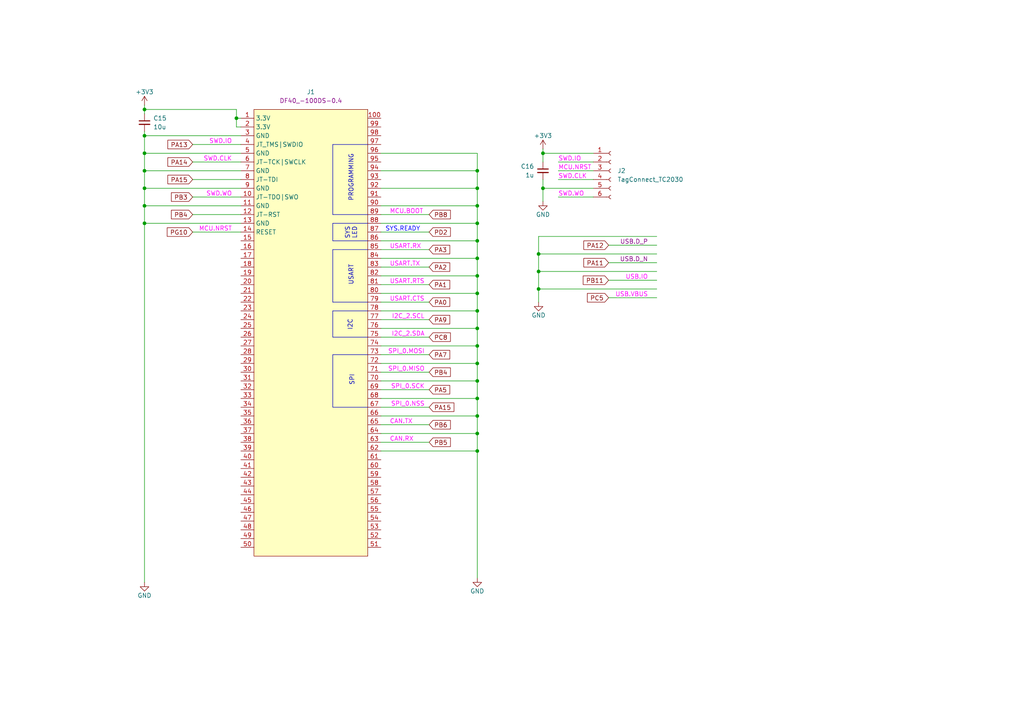
<source format=kicad_sch>
(kicad_sch (version 20231120) (generator "eeschema") (generator_version "8.0")
  (paper "A4")
  (lib_symbols
    (symbol "811_connector_board_to_board:Brayn_DF40_-100DS-0.4V-Receptacle-South"
      (property "Reference" "J" (at -15.748 66.802 0))
      (property "Man_No" "DF40_-100DS-0.4" (at 0.762 66.294 0))
      (symbol "Brayn_DF40_-100DS-0.4V-Receptacle-South_1_1"
        (rectangle (start -16.51 64.77) (end 16.51 -64.77) (fill (type background)))
        (pin input line (at -20.32 62.23 0) (length 3.81) (name "3.3V") (number "1"))
        (pin input line (at -20.32 39.37 0) (length 3.81) (name "JT-TDO|SWO") (number "10"))
        (pin input line (at 20.32 62.23 180) (length 3.81) (name "") (number "100"))
        (pin input line (at -20.32 36.83 0) (length 3.81) (name "GND") (number "11"))
        (pin input line (at -20.32 34.29 0) (length 3.81) (name "JT-RST") (number "12"))
        (pin input line (at -20.32 31.75 0) (length 3.81) (name "GND") (number "13"))
        (pin input line (at -20.32 29.21 0) (length 3.81) (name "RESET") (number "14"))
        (pin input line (at -20.32 26.67 0) (length 3.81) (name "") (number "15"))
        (pin input line (at -20.32 24.13 0) (length 3.81) (name "") (number "16"))
        (pin input line (at -20.32 21.59 0) (length 3.81) (name "") (number "17"))
        (pin input line (at -20.32 19.05 0) (length 3.81) (name "") (number "18"))
        (pin input line (at -20.32 16.51 0) (length 3.81) (name "") (number "19"))
        (pin input line (at -20.32 59.69 0) (length 3.81) (name "3.3V") (number "2"))
        (pin input line (at -20.32 13.97 0) (length 3.81) (name "") (number "20"))
        (pin input line (at -20.32 11.43 0) (length 3.81) (name "") (number "21"))
        (pin input line (at -20.32 8.89 0) (length 3.81) (name "") (number "22"))
        (pin input line (at -20.32 6.35 0) (length 3.81) (name "") (number "23"))
        (pin input line (at -20.32 3.81 0) (length 3.81) (name "") (number "24"))
        (pin input line (at -20.32 1.27 0) (length 3.81) (name "") (number "25"))
        (pin input line (at -20.32 -1.27 0) (length 3.81) (name "") (number "26"))
        (pin input line (at -20.32 -3.81 0) (length 3.81) (name "") (number "27"))
        (pin input line (at -20.32 -6.35 0) (length 3.81) (name "") (number "28"))
        (pin input line (at -20.32 -8.89 0) (length 3.81) (name "") (number "29"))
        (pin input line (at -20.32 57.15 0) (length 3.81) (name "GND") (number "3"))
        (pin input line (at -20.32 -11.43 0) (length 3.81) (name "") (number "30"))
        (pin input line (at -20.32 -13.97 0) (length 3.81) (name "") (number "31"))
        (pin input line (at -20.32 -16.51 0) (length 3.81) (name "") (number "32"))
        (pin input line (at -20.32 -19.05 0) (length 3.81) (name "") (number "33"))
        (pin input line (at -20.32 -21.59 0) (length 3.81) (name "") (number "34"))
        (pin input line (at -20.32 -24.13 0) (length 3.81) (name "") (number "35"))
        (pin input line (at -20.32 -26.67 0) (length 3.81) (name "") (number "36"))
        (pin input line (at -20.32 -29.21 0) (length 3.81) (name "") (number "37"))
        (pin input line (at -20.32 -31.75 0) (length 3.81) (name "") (number "38"))
        (pin input line (at -20.32 -34.29 0) (length 3.81) (name "") (number "39"))
        (pin input line (at -20.32 54.61 0) (length 3.81) (name "JT_TMS|SWDIO") (number "4"))
        (pin input line (at -20.32 -36.83 0) (length 3.81) (name "") (number "40"))
        (pin input line (at -20.32 -39.37 0) (length 3.81) (name "") (number "41"))
        (pin input line (at -20.32 -41.91 0) (length 3.81) (name "") (number "42"))
        (pin input line (at -20.32 -44.45 0) (length 3.81) (name "") (number "43"))
        (pin input line (at -20.32 -46.99 0) (length 3.81) (name "") (number "44"))
        (pin input line (at -20.32 -49.53 0) (length 3.81) (name "") (number "45"))
        (pin input line (at -20.32 -52.07 0) (length 3.81) (name "") (number "46"))
        (pin input line (at -20.32 -54.61 0) (length 3.81) (name "") (number "47"))
        (pin input line (at -20.32 -57.15 0) (length 3.81) (name "") (number "48"))
        (pin input line (at -20.32 -59.69 0) (length 3.81) (name "") (number "49"))
        (pin input line (at -20.32 52.07 0) (length 3.81) (name "GND") (number "5"))
        (pin input line (at -20.32 -62.23 0) (length 3.81) (name "") (number "50"))
        (pin input line (at 20.32 -62.23 180) (length 3.81) (name "") (number "51"))
        (pin input line (at 20.32 -59.69 180) (length 3.81) (name "") (number "52"))
        (pin input line (at 20.32 -57.15 180) (length 3.81) (name "") (number "53"))
        (pin input line (at 20.32 -54.61 180) (length 3.81) (name "") (number "54"))
        (pin input line (at 20.32 -52.07 180) (length 3.81) (name "") (number "55"))
        (pin input line (at 20.32 -49.53 180) (length 3.81) (name "") (number "56"))
        (pin input line (at 20.32 -46.99 180) (length 3.81) (name "") (number "57"))
        (pin input line (at 20.32 -44.45 180) (length 3.81) (name "") (number "58"))
        (pin input line (at 20.32 -41.91 180) (length 3.81) (name "") (number "59"))
        (pin input line (at -20.32 49.53 0) (length 3.81) (name "JT-TCK|SWCLK") (number "6"))
        (pin input line (at 20.32 -39.37 180) (length 3.81) (name "") (number "60"))
        (pin input line (at 20.32 -36.83 180) (length 3.81) (name "") (number "61"))
        (pin input line (at 20.32 -34.29 180) (length 3.81) (name "") (number "62"))
        (pin input line (at 20.32 -31.75 180) (length 3.81) (name "") (number "63"))
        (pin input line (at 20.32 -29.21 180) (length 3.81) (name "") (number "64"))
        (pin input line (at 20.32 -26.67 180) (length 3.81) (name "") (number "65"))
        (pin input line (at 20.32 -24.13 180) (length 3.81) (name "") (number "66"))
        (pin input line (at 20.32 -21.59 180) (length 3.81) (name "") (number "67"))
        (pin input line (at 20.32 -19.05 180) (length 3.81) (name "") (number "68"))
        (pin input line (at 20.32 -16.51 180) (length 3.81) (name "") (number "69"))
        (pin input line (at -20.32 46.99 0) (length 3.81) (name "GND") (number "7"))
        (pin input line (at 20.32 -13.97 180) (length 3.81) (name "") (number "70"))
        (pin input line (at 20.32 -11.43 180) (length 3.81) (name "") (number "71"))
        (pin input line (at 20.32 -8.89 180) (length 3.81) (name "") (number "72"))
        (pin input line (at 20.32 -6.35 180) (length 3.81) (name "") (number "73"))
        (pin input line (at 20.32 -3.81 180) (length 3.81) (name "") (number "74"))
        (pin input line (at 20.32 -1.27 180) (length 3.81) (name "") (number "75"))
        (pin input line (at 20.32 1.27 180) (length 3.81) (name "") (number "76"))
        (pin input line (at 20.32 3.81 180) (length 3.81) (name "") (number "77"))
        (pin input line (at 20.32 6.35 180) (length 3.81) (name "") (number "78"))
        (pin input line (at 20.32 8.89 180) (length 3.81) (name "") (number "79"))
        (pin input line (at -20.32 44.45 0) (length 3.81) (name "JT-TDI") (number "8"))
        (pin input line (at 20.32 11.43 180) (length 3.81) (name "") (number "80"))
        (pin input line (at 20.32 13.97 180) (length 3.81) (name "") (number "81"))
        (pin input line (at 20.32 16.51 180) (length 3.81) (name "") (number "82"))
        (pin input line (at 20.32 19.05 180) (length 3.81) (name "") (number "83"))
        (pin input line (at 20.32 21.59 180) (length 3.81) (name "") (number "84"))
        (pin input line (at 20.32 24.13 180) (length 3.81) (name "") (number "85"))
        (pin input line (at 20.32 26.67 180) (length 3.81) (name "") (number "86"))
        (pin input line (at 20.32 29.21 180) (length 3.81) (name "") (number "87"))
        (pin input line (at 20.32 31.75 180) (length 3.81) (name "") (number "88"))
        (pin input line (at 20.32 34.29 180) (length 3.81) (name "") (number "89"))
        (pin input line (at -20.32 41.91 0) (length 3.81) (name "GND") (number "9"))
        (pin input line (at 20.32 36.83 180) (length 3.81) (name "") (number "90"))
        (pin input line (at 20.32 39.37 180) (length 3.81) (name "") (number "91"))
        (pin input line (at 20.32 41.91 180) (length 3.81) (name "") (number "92"))
        (pin input line (at 20.32 44.45 180) (length 3.81) (name "") (number "93"))
        (pin input line (at 20.32 46.99 180) (length 3.81) (name "") (number "94"))
        (pin input line (at 20.32 49.53 180) (length 3.81) (name "") (number "95"))
        (pin input line (at 20.32 52.07 180) (length 3.81) (name "") (number "96"))
        (pin input line (at 20.32 54.61 180) (length 3.81) (name "") (number "97"))
        (pin input line (at 20.32 57.15 180) (length 3.81) (name "") (number "98"))
        (pin input line (at 20.32 59.69 180) (length 3.81) (name "") (number "99"))
      )
    )
    (symbol "Connector:Conn_01x06_Female" (pin_names (offset 1.016) hide)
      (property "Reference" "J" (at 0 7.62 0))
      (property "Value" "Conn_01x06_Female" (at 0 -10.16 0))
      (symbol "Conn_01x06_Female_1_1"
        (arc (start 0 -7.112) (mid -0.5058 -7.62) (end 0 -8.128) (stroke (width 0.1524)))
        (arc (start 0 -4.572) (mid -0.5058 -5.08) (end 0 -5.588) (stroke (width 0.1524)))
        (arc (start 0 -2.032) (mid -0.5058 -2.54) (end 0 -3.048) (stroke (width 0.1524)))
        (polyline (pts (xy -1.27 -7.62) (xy -0.508 -7.62)) (stroke (width 0.1524)))
        (polyline (pts (xy -1.27 -5.08) (xy -0.508 -5.08)) (stroke (width 0.1524)))
        (polyline (pts (xy -1.27 -2.54) (xy -0.508 -2.54)) (stroke (width 0.1524)))
        (polyline (pts (xy -1.27 0) (xy -0.508 0)) (stroke (width 0.1524)))
        (polyline (pts (xy -1.27 2.54) (xy -0.508 2.54)) (stroke (width 0.1524)))
        (polyline (pts (xy -1.27 5.08) (xy -0.508 5.08)) (stroke (width 0.1524)))
        (arc (start 0 0.508) (mid -0.5058 0) (end 0 -0.508) (stroke (width 0.1524)))
        (arc (start 0 3.048) (mid -0.5058 2.54) (end 0 2.032) (stroke (width 0.1524)))
        (arc (start 0 5.588) (mid -0.5058 5.08) (end 0 4.572) (stroke (width 0.1524)))
        (pin passive line (at -5.08 5.08 0) (length 3.81) (name "Pin_1") (number "1"))
        (pin passive line (at -5.08 2.54 0) (length 3.81) (name "Pin_2") (number "2"))
        (pin passive line (at -5.08 0 0) (length 3.81) (name "Pin_3") (number "3"))
        (pin passive line (at -5.08 -2.54 0) (length 3.81) (name "Pin_4") (number "4"))
        (pin passive line (at -5.08 -5.08 0) (length 3.81) (name "Pin_5") (number "5"))
        (pin passive line (at -5.08 -7.62 0) (length 3.81) (name "Pin_6") (number "6"))
      )
    )
    (symbol "Device:C_Small" (pin_numbers hide) (pin_names (offset 0.254) hide)
      (property "Reference" "C" (at 0.254 1.778 0))
      (property "Value" "C_Small" (at 0.254 -2.032 0))
      (symbol "C_Small_0_1"
        (polyline (pts (xy -1.524 -0.508) (xy 1.524 -0.508)) (stroke (width 0.3302)))
        (polyline (pts (xy -1.524 0.508) (xy 1.524 0.508)) (stroke (width 0.3048)))
      )
      (symbol "C_Small_1_1"
        (pin passive line (at 0 2.54 270) (length 2.032) (name "~") (number "1"))
        (pin passive line (at 0 -2.54 90) (length 2.032) (name "~") (number "2"))
      )
    )
    (symbol "power:+3.3V" (power) (pin_names (offset 0))
      (property "Value" "+3.3V" (at 0 3.556 0))
      (symbol "+3.3V_0_1"
        (polyline (pts (xy -0.762 1.27) (xy 0 2.54)))
        (polyline (pts (xy 0 0) (xy 0 2.54)))
        (polyline (pts (xy 0 2.54) (xy 0.762 1.27)))
      )
      (symbol "+3.3V_1_1"
        (pin power_in line (at 0 0 90) (length 0) hide (name "+3V3") (number "1"))
      )
    )
    (symbol "power:GND" (power) (pin_names (offset 0))
      (property "Value" "GND" (at 0 -3.81 0))
      (symbol "GND_0_1"
        (polyline (pts (xy 0 0) (xy 0 -1.27) (xy 1.27 -1.27) (xy 0 -2.54) (xy -1.27 -1.27) (xy 0 -1.27)))
      )
      (symbol "GND_1_1"
        (pin power_in line (at 0 0 270) (length 0) hide (name "GND") (number "1"))
      )
    )
  )
  (junction (at 138.43 49.53))
  (junction (at 138.43 105.41))
  (junction (at 138.43 90.17))
  (junction (at 157.48 44.45))
  (junction (at 41.91 54.61))
  (junction (at 138.43 95.25))
  (junction (at 138.43 80.01))
  (junction (at 156.21 83.82))
  (junction (at 138.43 125.73))
  (junction (at 41.91 64.77))
  (junction (at 68.58 34.29))
  (junction (at 138.43 120.65))
  (junction (at 41.91 39.37))
  (junction (at 41.91 44.45))
  (junction (at 138.43 54.61))
  (junction (at 138.43 100.33))
  (junction (at 41.91 59.69))
  (junction (at 138.43 110.49))
  (junction (at 41.91 49.53))
  (junction (at 156.21 73.66))
  (junction (at 138.43 59.69))
  (junction (at 138.43 69.85))
  (junction (at 138.43 64.77))
  (junction (at 157.48 54.61))
  (junction (at 138.43 130.81))
  (junction (at 41.91 31.75))
  (junction (at 138.43 85.09))
  (junction (at 138.43 115.57))
  (junction (at 138.43 74.93))
  (junction (at 156.21 78.74))
  (wire (pts (xy 110.49 85.09) (xy 138.43 85.09)))
  (wire (pts (xy 138.43 80.01) (xy 138.43 85.09)))
  (wire (pts (xy 41.91 64.77) (xy 41.91 168.91)))
  (wire (pts (xy 138.43 49.53) (xy 110.49 49.53)))
  (wire (pts (xy 138.43 69.85) (xy 138.43 74.93)))
  (wire (pts (xy 156.21 68.58) (xy 190.5 68.58)))
  (polyline (pts (xy 96.52 97.79) (xy 106.68 97.79)))
  (wire (pts (xy 41.91 44.45) (xy 41.91 49.53)))
  (polyline (pts (xy 96.52 90.17) (xy 96.52 97.79)))
  (polyline (pts (xy 106.68 102.87) (xy 96.52 102.87)))
  (wire (pts (xy 138.43 105.41) (xy 138.43 110.49)))
  (wire (pts (xy 161.925 46.99) (xy 172.085 46.99)))
  (wire (pts (xy 110.49 69.85) (xy 138.43 69.85)))
  (wire (pts (xy 156.21 83.82) (xy 156.21 87.63)))
  (wire (pts (xy 68.58 36.83) (xy 68.58 34.29)))
  (polyline (pts (xy 96.52 102.87) (xy 96.52 118.11)))
  (wire (pts (xy 110.49 80.01) (xy 138.43 80.01)))
  (wire (pts (xy 110.49 102.87) (xy 124.46 102.87)))
  (wire (pts (xy 176.53 71.12) (xy 190.5 71.12)))
  (wire (pts (xy 156.21 78.74) (xy 190.5 78.74)))
  (wire (pts (xy 41.91 39.37) (xy 69.85 39.37)))
  (wire (pts (xy 157.48 44.45) (xy 157.48 43.18)))
  (wire (pts (xy 157.48 54.61) (xy 172.085 54.61)))
  (wire (pts (xy 69.85 57.15) (xy 55.88 57.15)))
  (wire (pts (xy 156.21 78.74) (xy 156.21 83.82)))
  (wire (pts (xy 41.91 44.45) (xy 69.85 44.45)))
  (wire (pts (xy 55.88 62.23) (xy 69.85 62.23)))
  (wire (pts (xy 176.53 76.2) (xy 190.5 76.2)))
  (wire (pts (xy 41.91 38.1) (xy 41.91 39.37)))
  (wire (pts (xy 55.88 52.07) (xy 69.85 52.07)))
  (wire (pts (xy 138.43 64.77) (xy 138.43 69.85)))
  (wire (pts (xy 110.49 77.47) (xy 124.46 77.47)))
  (wire (pts (xy 41.91 54.61) (xy 41.91 49.53)))
  (wire (pts (xy 68.58 31.75) (xy 68.58 34.29)))
  (wire (pts (xy 138.43 130.81) (xy 138.43 167.64)))
  (wire (pts (xy 176.53 86.36) (xy 190.5 86.36)))
  (wire (pts (xy 41.91 59.69) (xy 41.91 54.61)))
  (wire (pts (xy 138.43 59.69) (xy 138.43 64.77)))
  (wire (pts (xy 138.43 100.33) (xy 138.43 105.41)))
  (wire (pts (xy 176.53 81.28) (xy 190.5 81.28)))
  (wire (pts (xy 110.49 67.31) (xy 124.46 67.31)))
  (polyline (pts (xy 96.52 87.63) (xy 106.68 87.63)))
  (wire (pts (xy 157.48 54.61) (xy 157.48 58.42)))
  (wire (pts (xy 157.48 44.45) (xy 157.48 46.99)))
  (wire (pts (xy 110.49 125.73) (xy 138.43 125.73)))
  (polyline (pts (xy 96.52 62.23) (xy 106.68 62.23)))
  (polyline (pts (xy 106.68 64.77) (xy 96.52 64.77)))
  (wire (pts (xy 156.21 73.66) (xy 190.5 73.66)))
  (wire (pts (xy 68.58 31.75) (xy 41.91 31.75)))
  (wire (pts (xy 69.85 54.61) (xy 41.91 54.61)))
  (wire (pts (xy 124.46 113.03) (xy 110.49 113.03)))
  (wire (pts (xy 110.49 105.41) (xy 138.43 105.41)))
  (wire (pts (xy 110.49 62.23) (xy 124.46 62.23)))
  (wire (pts (xy 110.49 74.93) (xy 138.43 74.93)))
  (wire (pts (xy 110.49 130.81) (xy 138.43 130.81)))
  (polyline (pts (xy 96.52 64.77) (xy 96.52 69.85)))
  (wire (pts (xy 69.85 67.31) (xy 55.88 67.31)))
  (wire (pts (xy 138.43 115.57) (xy 138.43 120.65)))
  (wire (pts (xy 110.49 87.63) (xy 124.46 87.63)))
  (wire (pts (xy 138.43 85.09) (xy 138.43 90.17)))
  (wire (pts (xy 138.43 49.53) (xy 138.43 54.61)))
  (wire (pts (xy 156.21 68.58) (xy 156.21 73.66)))
  (wire (pts (xy 41.91 64.77) (xy 69.85 64.77)))
  (wire (pts (xy 110.49 115.57) (xy 138.43 115.57)))
  (wire (pts (xy 156.21 73.66) (xy 156.21 78.74)))
  (wire (pts (xy 138.43 74.93) (xy 138.43 80.01)))
  (wire (pts (xy 157.48 52.07) (xy 157.48 54.61)))
  (wire (pts (xy 41.91 39.37) (xy 41.91 44.45)))
  (wire (pts (xy 69.85 41.91) (xy 55.88 41.91)))
  (wire (pts (xy 124.46 128.27) (xy 110.49 128.27)))
  (wire (pts (xy 69.85 36.83) (xy 68.58 36.83)))
  (polyline (pts (xy 106.68 72.39) (xy 96.52 72.39)))
  (wire (pts (xy 138.43 44.45) (xy 138.43 49.53)))
  (wire (pts (xy 110.49 44.45) (xy 138.43 44.45)))
  (wire (pts (xy 138.43 125.73) (xy 138.43 130.81)))
  (wire (pts (xy 69.85 34.29) (xy 68.58 34.29)))
  (wire (pts (xy 138.43 54.61) (xy 110.49 54.61)))
  (wire (pts (xy 69.85 49.53) (xy 41.91 49.53)))
  (polyline (pts (xy 96.52 41.91) (xy 96.52 62.23)))
  (wire (pts (xy 138.43 59.69) (xy 110.49 59.69)))
  (wire (pts (xy 110.49 100.33) (xy 138.43 100.33)))
  (wire (pts (xy 138.43 90.17) (xy 138.43 95.25)))
  (wire (pts (xy 110.49 82.55) (xy 124.46 82.55)))
  (wire (pts (xy 124.46 97.79) (xy 110.49 97.79)))
  (wire (pts (xy 69.85 59.69) (xy 41.91 59.69)))
  (wire (pts (xy 138.43 95.25) (xy 138.43 100.33)))
  (wire (pts (xy 138.43 54.61) (xy 138.43 59.69)))
  (wire (pts (xy 41.91 30.48) (xy 41.91 31.75)))
  (wire (pts (xy 110.49 72.39) (xy 124.46 72.39)))
  (wire (pts (xy 41.91 31.75) (xy 41.91 33.02)))
  (wire (pts (xy 110.49 64.77) (xy 138.43 64.77)))
  (wire (pts (xy 110.49 120.65) (xy 138.43 120.65)))
  (wire (pts (xy 157.48 44.45) (xy 172.085 44.45)))
  (wire (pts (xy 138.43 110.49) (xy 138.43 115.57)))
  (wire (pts (xy 161.925 52.07) (xy 172.085 52.07)))
  (wire (pts (xy 124.46 118.11) (xy 110.49 118.11)))
  (wire (pts (xy 124.46 92.71) (xy 110.49 92.71)))
  (wire (pts (xy 41.91 59.69) (xy 41.91 64.77)))
  (wire (pts (xy 124.46 107.95) (xy 110.49 107.95)))
  (wire (pts (xy 124.46 123.19) (xy 110.49 123.19)))
  (wire (pts (xy 69.85 46.99) (xy 55.88 46.99)))
  (polyline (pts (xy 96.52 72.39) (xy 96.52 87.63)))
  (polyline (pts (xy 96.52 69.85) (xy 106.68 69.85)))
  (polyline (pts (xy 96.52 118.11) (xy 106.68 118.11)))
  (polyline (pts (xy 106.68 90.17) (xy 96.52 90.17)))
  (wire (pts (xy 156.21 83.82) (xy 190.5 83.82)))
  (wire (pts (xy 161.925 49.53) (xy 172.085 49.53)))
  (wire (pts (xy 110.49 95.25) (xy 138.43 95.25)))
  (wire (pts (xy 110.49 110.49) (xy 138.43 110.49)))
  (wire (pts (xy 161.925 57.15) (xy 172.085 57.15)))
  (wire (pts (xy 138.43 120.65) (xy 138.43 125.73)))
  (polyline (pts (xy 106.68 41.91) (xy 96.52 41.91)))
  (wire (pts (xy 110.49 90.17) (xy 138.43 90.17)))
  (text "SPI" (at 102.108 110.236 90) (effects (font (size 1.27 1.27))))
  (text "PROGRAMMING" (at 101.854 51.562 90) (effects (font (size 1.27 1.27))))
  (text "I2C" (at 101.6 94.234 90) (effects (font (size 1.27 1.27))))
  (text "SYS\nLED" (at 101.854 67.564 90) (effects (font (size 1.27 1.27))))
  (text "USART" (at 101.854 79.756 90) (effects (font (size 1.27 1.27))))
  (label "SPI_0.NSS" (at 123.19 118.11 180) (property "Netclass" "signal_digital" (effects (hide yes))))
  (label "I2C_2.SDA" (at 123.19 97.79 180) (property "Netclass" "signal_digital" (effects (hide yes))))
  (label "SPI_0.MISO" (at 123.19 107.95 180) (property "Netclass" "signal_digital" (effects (hide yes))))
  (label "CAN.TX" (at 113.03 123.19 0) (property "Netclass" "signal_digital" (effects (hide yes))))
  (label "SWD.IO" (at 67.31 41.91 180) (property "Netclass" "signal_digital" (effects (hide yes))))
  (label "USART.TX" (at 113.03 77.47 0) (property "Netclass" "signal_digital" (effects (hide yes))))
  (label "USB.VBUS" (at 187.96 86.36 180) (property "Netclass" "signal_digital" (effects (hide yes))))
  (label "USART.RTS" (at 113.03 82.55 0) (property "Netclass" "signal_digital" (effects (hide yes))))
  (label "USB.D_N" (at 187.96 76.2 180) (property "Netclass" "signal_digital" (effects (hide yes))))
  (label "SWD.IO" (at 161.925 46.99 0) (property "Netclass" "signal_digital" (effects (hide yes))))
  (label "SPI_0.SCK" (at 123.19 113.03 180) (property "Netclass" "signal_digital" (effects (hide yes))))
  (label "MCU.NRST" (at 67.31 67.31 180) (property "Netclass" "signal_digital" (effects (hide yes))))
  (label "MCU.NRST" (at 161.925 49.53 0) (property "Netclass" "signal_digital" (effects (hide yes))))
  (label "SPI_0.MOSI" (at 123.19 102.87 180) (property "Netclass" "signal_digital" (effects (hide yes))))
  (label "USART.CTS" (at 113.03 87.63 0) (property "Netclass" "signal_digital" (effects (hide yes))))
  (label "I2C_2.SCL" (at 123.19 92.71 180) (property "Netclass" "signal_digital" (effects (hide yes))))
  (label "USB.D_P" (at 187.96 71.12 180) (property "Netclass" "signal_digital" (effects (hide yes))))
  (label "SWD.CLK" (at 67.31 46.99 180) (property "Netclass" "signal_digital" (effects (hide yes))))
  (label "MCU.BOOT" (at 113.03 62.23 0) (property "Netclass" "signal_digital" (effects (hide yes))))
  (label "SYS.READY" (at 121.92 67.31 180) (property "Netclass" "signal_digital" (effects (hide yes))))
  (label "CAN.RX" (at 113.03 128.27 0) (property "Netclass" "signal_digital" (effects (hide yes))))
  (label "SWD.CLK" (at 161.925 52.07 0) (property "Netclass" "signal_digital" (effects (hide yes))))
  (label "USART.RX" (at 113.03 72.39 0) (property "Netclass" "signal_digital" (effects (hide yes))))
  (label "SWD.WO" (at 67.31 57.15 180) (property "Netclass" "signal_digital" (effects (hide yes))))
  (label "SWD.WO" (at 161.925 57.15 0) (property "Netclass" "signal_digital" (effects (hide yes))))
  (label "USB.IO" (at 187.96 81.28 180) (property "Netclass" "signal_digital" (effects (hide yes))))
  (global_label "PA12" (shape input) (at 176.53 71.12 180) (property "Intersheetrefs" "${INTERSHEET_REFS}" (effects (hide yes))) (property "Netclass" "signal_differential" (effects (hide yes))))
  (global_label "PG10" (shape input) (at 55.88 67.31 180) (property "Intersheetrefs" "${INTERSHEET_REFS}" (effects (hide yes))) (property "Netclass" "signal_analog" (effects (hide yes))))
  (global_label "PA15" (shape input) (at 55.88 52.07 180) (property "Intersheetrefs" "${INTERSHEET_REFS}" (effects (hide yes))) (property "Netclass" "signal_analog" (effects (hide yes))))
  (global_label "PA15" (shape input) (at 124.46 118.11 0) (property "Intersheetrefs" "${INTERSHEET_REFS}" (effects (hide yes))) (property "Netclass" "signal_analog" (effects (hide yes))))
  (global_label "PB8" (shape input) (at 124.46 62.23 0) (property "Intersheetrefs" "${INTERSHEET_REFS}" (effects (hide yes))) (property "Netclass" "signal_analog" (effects (hide yes))))
  (global_label "PA1" (shape input) (at 124.46 82.55 0) (property "Intersheetrefs" "${INTERSHEET_REFS}" (effects (hide yes))) (property "Netclass" "signal_analog" (effects (hide yes))))
  (global_label "PA2" (shape input) (at 124.46 77.47 0) (property "Intersheetrefs" "${INTERSHEET_REFS}" (effects (hide yes))) (property "Netclass" "signal_differential" (effects (hide yes))))
  (global_label "PA7" (shape input) (at 124.46 102.87 0) (property "Intersheetrefs" "${INTERSHEET_REFS}" (effects (hide yes))) (property "Netclass" "signal_analog" (effects (hide yes))))
  (global_label "PB4" (shape input) (at 55.88 62.23 180) (property "Intersheetrefs" "${INTERSHEET_REFS}" (effects (hide yes))) (property "Netclass" "signal_analog" (effects (hide yes))))
  (global_label "PA11" (shape input) (at 176.53 76.2 180) (property "Intersheetrefs" "${INTERSHEET_REFS}" (effects (hide yes))) (property "Netclass" "signal_differential" (effects (hide yes))))
  (global_label "PB3" (shape input) (at 55.88 57.15 180) (property "Intersheetrefs" "${INTERSHEET_REFS}" (effects (hide yes))) (property "Netclass" "signal_analog" (effects (hide yes))))
  (global_label "PA9" (shape input) (at 124.46 92.71 0) (property "Intersheetrefs" "${INTERSHEET_REFS}" (effects (hide yes))) (property "Netclass" "signal_digital" (effects (hide yes))))
  (global_label "PB6" (shape input) (at 124.46 123.19 0) (property "Intersheetrefs" "${INTERSHEET_REFS}" (effects (hide yes))) (property "Netclass" "signal_analog" (effects (hide yes))))
  (global_label "PB11" (shape input) (at 176.53 81.28 180) (property "Intersheetrefs" "${INTERSHEET_REFS}" (effects (hide yes))) (property "Netclass" "signal_analog" (effects (hide yes))))
  (global_label "PA13" (shape input) (at 55.88 41.91 180) (property "Intersheetrefs" "${INTERSHEET_REFS}" (effects (hide yes))) (property "Netclass" "signal_analog" (effects (hide yes))))
  (global_label "PA14" (shape input) (at 55.88 46.99 180) (property "Intersheetrefs" "${INTERSHEET_REFS}" (effects (hide yes))) (property "Netclass" "signal_analog" (effects (hide yes))))
  (global_label "PA3" (shape input) (at 124.46 72.39 0) (property "Intersheetrefs" "${INTERSHEET_REFS}" (effects (hide yes))) (property "Netclass" "signal_differential" (effects (hide yes))))
  (global_label "PC5" (shape input) (at 176.53 86.36 180) (property "Intersheetrefs" "${INTERSHEET_REFS}" (effects (hide yes))) (property "Netclass" "signal_analog" (effects (hide yes))))
  (global_label "PC8" (shape input) (at 124.46 97.79 0) (property "Intersheetrefs" "${INTERSHEET_REFS}" (effects (hide yes))) (property "Netclass" "signal_digital" (effects (hide yes))))
  (global_label "PA0" (shape input) (at 124.46 87.63 0) (property "Intersheetrefs" "${INTERSHEET_REFS}" (effects (hide yes))) (property "Netclass" "signal_analog" (effects (hide yes))))
  (global_label "PB5" (shape input) (at 124.46 128.27 0) (property "Intersheetrefs" "${INTERSHEET_REFS}" (effects (hide yes))) (property "Netclass" "signal_analog" (effects (hide yes))))
  (global_label "PD2" (shape input) (at 124.46 67.31 0) (property "Intersheetrefs" "${INTERSHEET_REFS}" (effects (hide yes))) (property "Netclass" "signal_analog" (effects (hide yes))))
  (global_label "PB4" (shape input) (at 124.46 107.95 0) (property "Intersheetrefs" "${INTERSHEET_REFS}" (effects (hide yes))) (property "Netclass" "signal_analog" (effects (hide yes))))
  (global_label "PA5" (shape input) (at 124.46 113.03 0) (property "Intersheetrefs" "${INTERSHEET_REFS}" (effects (hide yes))) (property "Netclass" "signal_analog" (effects (hide yes))))
  (symbol (lib_id "811_connector_board_to_board:Brayn_DF40_-100DS-0.4V-Receptacle-South") (at 90.17 96.52 0) (unit 1)
    (property "Reference" "J1" (at 90.17 26.67 0))
    (property "Value" "DF40_-100DS-0.4V-Receptacle" (effects (hide yes)))
    (property "Footprint" "811_connector_board_to_board:DF40_-100DS-0.4V-Receptacle" (effects (hide yes)))
    (property "Datasheet" "https://www.hirose.com/en/product/document?clcode=CL0684-4033-4-51&productname=DF40C-100DS-0.4V(51)&series=DF40&documenttype=Catalog&lang=en&documentid=en_DF40_CAT" (effects (hide yes)))
    (property "Description" "0.4mm Pitch, 1.5 to 4.0mm Height, Board-to-Board/FPC-to-Board Connector" (effects (hide yes)))
    (property "Man" "Hirose" (effects (hide yes)))
    (property "Man_No" "DF40_-100DS-0.4" (at 90.17 29.21 0))
  )
  (symbol (lib_id "Connector:Conn_01x06_Female") (at 177.165 49.53 0) (unit 1)
    (property "Reference" "J2" (at 179.07 49.5299 0) (effects (justify left)))
    (property "Value" "TagConnect_TC2030" (at 179.07 52.0699 0) (effects (justify left)))
    (property "Footprint" "Connector:Tag-Connect_TC2030-IDC-NL_2x03_P1.27mm_Vertical" (effects (hide yes)))
  )
  (symbol (lib_id "power:GND") (at 156.21 87.63 0) (mirror y) (unit 1)
    (property "Reference" "#PWR012" (effects (hide yes)))
    (property "Value" "GND" (at 156.21 91.44 0))
  )
  (symbol (lib_id "power:+3.3V") (at 41.91 30.48 0) (unit 1)
    (property "Reference" "#PWR09" (effects (hide yes)))
    (property "Value" "+3V3" (at 41.91 26.67 0))
  )
  (symbol (lib_id "power:+3.3V") (at 157.48 43.18 0) (unit 1)
    (property "Reference" "#PWR017" (effects (hide yes)))
    (property "Value" "+3V3" (at 157.48 39.37 0))
  )
  (symbol (lib_id "Device:C_Small") (at 41.91 35.56 0) (unit 1)
    (property "Reference" "C15" (at 44.45 34.2963 0) (effects (justify left)))
    (property "Value" "10u" (at 44.45 36.8363 0) (effects (justify left)))
    (property "Footprint" "Capacitor_SMD:C_0603_1608Metric" (effects (hide yes)))
    (property "Man" "Murata" (effects (hide yes)))
    (property "Man_No" "81-GRM188R6YA106MA3J" (effects (hide yes)))
    (property "Disti" "Mouser" (effects (hide yes)))
    (property "Disti_No" "GRM188R6YA106MA3J" (effects (hide yes)))
  )
  (symbol (lib_id "power:GND") (at 41.91 168.91 0) (mirror y) (unit 1)
    (property "Reference" "#PWR015" (effects (hide yes)))
    (property "Value" "GND" (at 41.91 172.72 0))
  )
  (symbol (lib_id "power:GND") (at 157.48 58.42 0) (unit 1)
    (property "Reference" "#PWR018" (effects (hide yes)))
    (property "Value" "GND" (at 157.48 62.23 0))
  )
  (symbol (lib_id "Device:C_Small") (at 157.48 49.53 0) (mirror y) (unit 1)
    (property "Reference" "C16" (at 154.94 48.2663 0) (effects (justify left)))
    (property "Value" "1u" (at 154.94 50.8063 0) (effects (justify left)))
    (property "Footprint" "Capacitor_SMD:C_0402_1005Metric" (effects (hide yes)))
    (property "Man" "Samsung" (effects (hide yes)))
    (property "Man_No" "CL05A105MQ5NNND " (effects (hide yes)))
    (property "Disti" "Mouser" (effects (hide yes)))
    (property "Disti_No" "187-CL05A105MQ5NNND" (effects (hide yes)))
  )
  (symbol (lib_id "power:GND") (at 138.43 167.64 0) (mirror y) (unit 1)
    (property "Reference" "#PWR011" (effects (hide yes)))
    (property "Value" "GND" (at 138.43 171.45 0))
  )
)
</source>
